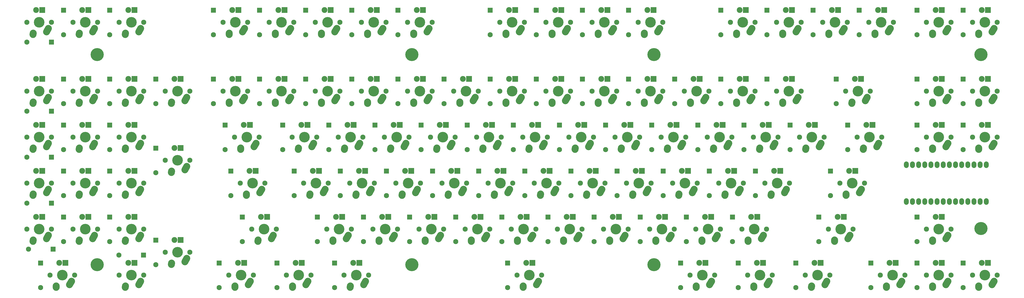
<source format=gts>
G04 #@! TF.FileFunction,Soldermask,Top*
%FSLAX46Y46*%
G04 Gerber Fmt 4.6, Leading zero omitted, Abs format (unit mm)*
G04 Created by KiCad (PCBNEW 4.0.2-stable) date Saturday, May 28, 2016 'PMt' 12:45:38 PM*
%MOMM*%
G01*
G04 APERTURE LIST*
%ADD10C,0.150000*%
%ADD11C,2.099260*%
%ADD12R,2.099260X2.099260*%
%ADD13C,5.400000*%
%ADD14C,4.387810*%
%ADD15C,2.101810*%
%ADD16C,2.900000*%
%ADD17R,2.400000X2.400000*%
%ADD18C,2.400000*%
%ADD19O,2.000000X2.700000*%
G04 APERTURE END LIST*
D10*
D11*
X286277540Y-119460520D03*
D12*
X286277540Y-109300520D03*
D13*
X427000000Y-42000000D03*
X292000000Y-42000000D03*
X292000000Y-129000000D03*
X427000000Y-114000000D03*
X192000000Y-129000000D03*
X192000000Y-42000000D03*
D11*
X419627540Y-138510520D03*
D12*
X419627540Y-128350520D03*
D14*
X428625000Y-133350000D03*
D15*
X433705000Y-133350000D03*
X423545000Y-133350000D03*
D16*
X431624547Y-137349954D02*
X432435453Y-135890046D01*
X426085276Y-138429328D02*
X426124724Y-137850672D01*
D17*
X429895000Y-128270000D03*
D18*
X427355000Y-128270000D03*
D11*
X400577540Y-138510520D03*
D12*
X400577540Y-128350520D03*
D14*
X409575000Y-133350000D03*
D15*
X414655000Y-133350000D03*
X404495000Y-133350000D03*
D16*
X412574547Y-137349954D02*
X413385453Y-135890046D01*
X407035276Y-138429328D02*
X407074724Y-137850672D01*
D17*
X410845000Y-128270000D03*
D18*
X408305000Y-128270000D03*
D11*
X381527540Y-138510520D03*
D12*
X381527540Y-128350520D03*
D14*
X390525000Y-133350000D03*
D15*
X395605000Y-133350000D03*
X385445000Y-133350000D03*
D16*
X393524547Y-137349954D02*
X394335453Y-135890046D01*
X387985276Y-138429328D02*
X388024724Y-137850672D01*
D17*
X391795000Y-128270000D03*
D18*
X389255000Y-128270000D03*
D11*
X350571290Y-138510520D03*
D12*
X350571290Y-128350520D03*
D14*
X359568750Y-133350000D03*
D15*
X364648750Y-133350000D03*
X354488750Y-133350000D03*
D16*
X362568297Y-137349954D02*
X363379203Y-135890046D01*
X357029026Y-138429328D02*
X357068474Y-137850672D01*
D17*
X360838750Y-128270000D03*
D18*
X358298750Y-128270000D03*
D11*
X326758790Y-138510520D03*
D12*
X326758790Y-128350520D03*
D14*
X335756250Y-133350000D03*
D15*
X340836250Y-133350000D03*
X330676250Y-133350000D03*
D16*
X338755797Y-137349954D02*
X339566703Y-135890046D01*
X333216526Y-138429328D02*
X333255974Y-137850672D01*
D17*
X337026250Y-128270000D03*
D18*
X334486250Y-128270000D03*
D11*
X303000000Y-138510520D03*
D12*
X303000000Y-128350520D03*
D14*
X311943750Y-133350000D03*
D15*
X317023750Y-133350000D03*
X306863750Y-133350000D03*
D16*
X314943297Y-137349954D02*
X315754203Y-135890046D01*
X309404026Y-138429328D02*
X309443474Y-137850672D01*
D17*
X313213750Y-128270000D03*
D18*
X310673750Y-128270000D03*
D11*
X231508790Y-138510520D03*
D12*
X231508790Y-128350520D03*
D14*
X240506250Y-133350000D03*
D15*
X245586250Y-133350000D03*
X235426250Y-133350000D03*
D16*
X243505797Y-137349954D02*
X244316703Y-135890046D01*
X237966526Y-138429328D02*
X238005974Y-137850672D01*
D17*
X241776250Y-128270000D03*
D18*
X239236250Y-128270000D03*
D11*
X160071290Y-138510520D03*
D12*
X160071290Y-128350520D03*
D14*
X169068750Y-133350000D03*
D15*
X174148750Y-133350000D03*
X163988750Y-133350000D03*
D16*
X172068297Y-137349954D02*
X172879203Y-135890046D01*
X166529026Y-138429328D02*
X166568474Y-137850672D01*
D17*
X170338750Y-128270000D03*
D18*
X167798750Y-128270000D03*
D11*
X136258790Y-138510520D03*
D12*
X136258790Y-128350520D03*
D14*
X145256250Y-133350000D03*
D15*
X150336250Y-133350000D03*
X140176250Y-133350000D03*
D16*
X148255797Y-137349954D02*
X149066703Y-135890046D01*
X142716526Y-138429328D02*
X142755974Y-137850672D01*
D17*
X146526250Y-128270000D03*
D18*
X143986250Y-128270000D03*
D11*
X112446290Y-138510520D03*
D12*
X112446290Y-128350520D03*
D14*
X121443750Y-133350000D03*
D15*
X126523750Y-133350000D03*
X116363750Y-133350000D03*
D16*
X124443297Y-137349954D02*
X125254203Y-135890046D01*
X118904026Y-138429328D02*
X118943474Y-137850672D01*
D17*
X122713750Y-128270000D03*
D18*
X120173750Y-128270000D03*
D11*
X71000000Y-125000000D03*
D12*
X81160000Y-125000000D03*
D14*
X76200000Y-133350000D03*
D15*
X81280000Y-133350000D03*
X71120000Y-133350000D03*
D16*
X79199547Y-137349954D02*
X80010453Y-135890046D01*
X73660276Y-138429328D02*
X73699724Y-137850672D01*
D17*
X77470000Y-128270000D03*
D18*
X74930000Y-128270000D03*
D11*
X38627540Y-138510520D03*
D12*
X38627540Y-128350520D03*
D14*
X47625000Y-133350000D03*
D15*
X52705000Y-133350000D03*
X42545000Y-133350000D03*
D16*
X50624547Y-137349954D02*
X51435453Y-135890046D01*
X45085276Y-138429328D02*
X45124724Y-137850672D01*
D17*
X48895000Y-128270000D03*
D18*
X46355000Y-128270000D03*
D11*
X400577540Y-119460520D03*
D12*
X400577540Y-109300520D03*
D14*
X409575000Y-114300000D03*
D15*
X414655000Y-114300000D03*
X404495000Y-114300000D03*
D16*
X412574547Y-118299954D02*
X413385453Y-116840046D01*
X407035276Y-119379328D02*
X407074724Y-118800672D01*
D17*
X410845000Y-109220000D03*
D18*
X408305000Y-109220000D03*
D11*
X360096290Y-119460520D03*
D12*
X360096290Y-109300520D03*
D14*
X369093750Y-114300000D03*
D15*
X374173750Y-114300000D03*
X364013750Y-114300000D03*
D16*
X372093297Y-118299954D02*
X372904203Y-116840046D01*
X366554026Y-119379328D02*
X366593474Y-118800672D01*
D17*
X370363750Y-109220000D03*
D18*
X367823750Y-109220000D03*
D11*
X324377540Y-119460520D03*
D12*
X324377540Y-109300520D03*
D14*
X333375000Y-114300000D03*
D15*
X338455000Y-114300000D03*
X328295000Y-114300000D03*
D16*
X336374547Y-118299954D02*
X337185453Y-116840046D01*
X330835276Y-119379328D02*
X330874724Y-118800672D01*
D17*
X334645000Y-109220000D03*
D18*
X332105000Y-109220000D03*
D11*
X305327540Y-119460520D03*
D12*
X305327540Y-109300520D03*
D14*
X314325000Y-114300000D03*
D15*
X319405000Y-114300000D03*
X309245000Y-114300000D03*
D16*
X317324547Y-118299954D02*
X318135453Y-116840046D01*
X311785276Y-119379328D02*
X311824724Y-118800672D01*
D17*
X315595000Y-109220000D03*
D18*
X313055000Y-109220000D03*
D14*
X295275000Y-114300000D03*
D15*
X300355000Y-114300000D03*
X290195000Y-114300000D03*
D16*
X298274547Y-118299954D02*
X299085453Y-116840046D01*
X292735276Y-119379328D02*
X292774724Y-118800672D01*
D17*
X296545000Y-109220000D03*
D18*
X294005000Y-109220000D03*
D11*
X267227540Y-119460520D03*
D12*
X267227540Y-109300520D03*
D14*
X276225000Y-114300000D03*
D15*
X281305000Y-114300000D03*
X271145000Y-114300000D03*
D16*
X279224547Y-118299954D02*
X280035453Y-116840046D01*
X273685276Y-119379328D02*
X273724724Y-118800672D01*
D17*
X277495000Y-109220000D03*
D18*
X274955000Y-109220000D03*
D11*
X248177540Y-119460520D03*
D12*
X248177540Y-109300520D03*
D14*
X257175000Y-114300000D03*
D15*
X262255000Y-114300000D03*
X252095000Y-114300000D03*
D16*
X260174547Y-118299954D02*
X260985453Y-116840046D01*
X254635276Y-119379328D02*
X254674724Y-118800672D01*
D17*
X258445000Y-109220000D03*
D18*
X255905000Y-109220000D03*
D11*
X229127540Y-119460520D03*
D12*
X229127540Y-109300520D03*
D14*
X238125000Y-114300000D03*
D15*
X243205000Y-114300000D03*
X233045000Y-114300000D03*
D16*
X241124547Y-118299954D02*
X241935453Y-116840046D01*
X235585276Y-119379328D02*
X235624724Y-118800672D01*
D17*
X239395000Y-109220000D03*
D18*
X236855000Y-109220000D03*
D11*
X210077540Y-119460520D03*
D12*
X210077540Y-109300520D03*
D14*
X219075000Y-114300000D03*
D15*
X224155000Y-114300000D03*
X213995000Y-114300000D03*
D16*
X222074547Y-118299954D02*
X222885453Y-116840046D01*
X216535276Y-119379328D02*
X216574724Y-118800672D01*
D17*
X220345000Y-109220000D03*
D18*
X217805000Y-109220000D03*
D11*
X191027540Y-119460520D03*
D12*
X191027540Y-109300520D03*
D14*
X200025000Y-114300000D03*
D15*
X205105000Y-114300000D03*
X194945000Y-114300000D03*
D16*
X203024547Y-118299954D02*
X203835453Y-116840046D01*
X197485276Y-119379328D02*
X197524724Y-118800672D01*
D17*
X201295000Y-109220000D03*
D18*
X198755000Y-109220000D03*
D11*
X171977540Y-119460520D03*
D12*
X171977540Y-109300520D03*
D14*
X180975000Y-114300000D03*
D15*
X186055000Y-114300000D03*
X175895000Y-114300000D03*
D16*
X183974547Y-118299954D02*
X184785453Y-116840046D01*
X178435276Y-119379328D02*
X178474724Y-118800672D01*
D17*
X182245000Y-109220000D03*
D18*
X179705000Y-109220000D03*
D11*
X152927540Y-119460520D03*
D12*
X152927540Y-109300520D03*
D14*
X161925000Y-114300000D03*
D15*
X167005000Y-114300000D03*
X156845000Y-114300000D03*
D16*
X164924547Y-118299954D02*
X165735453Y-116840046D01*
X159385276Y-119379328D02*
X159424724Y-118800672D01*
D17*
X163195000Y-109220000D03*
D18*
X160655000Y-109220000D03*
D11*
X121971290Y-119460520D03*
D12*
X121971290Y-109300520D03*
D14*
X130968750Y-114300000D03*
D15*
X136048750Y-114300000D03*
X125888750Y-114300000D03*
D16*
X133968297Y-118299954D02*
X134779203Y-116840046D01*
X128429026Y-119379328D02*
X128468474Y-118800672D01*
D17*
X132238750Y-109220000D03*
D18*
X129698750Y-109220000D03*
D11*
X86252540Y-128985520D03*
D12*
X86252540Y-118825520D03*
D14*
X95250000Y-123825000D03*
D15*
X100330000Y-123825000D03*
X90170000Y-123825000D03*
D16*
X98249547Y-127824954D02*
X99060453Y-126365046D01*
X92710276Y-128904328D02*
X92749724Y-128325672D01*
D17*
X96520000Y-118745000D03*
D18*
X93980000Y-118745000D03*
D11*
X67202540Y-119460520D03*
D12*
X67202540Y-109300520D03*
D14*
X76200000Y-114300000D03*
D15*
X81280000Y-114300000D03*
X71120000Y-114300000D03*
D16*
X79199547Y-118299954D02*
X80010453Y-116840046D01*
X73660276Y-119379328D02*
X73699724Y-118800672D01*
D17*
X77470000Y-109220000D03*
D18*
X74930000Y-109220000D03*
D11*
X48152540Y-119460520D03*
D12*
X48152540Y-109300520D03*
D14*
X57150000Y-114300000D03*
D15*
X62230000Y-114300000D03*
X52070000Y-114300000D03*
D16*
X60149547Y-118299954D02*
X60960453Y-116840046D01*
X54610276Y-119379328D02*
X54649724Y-118800672D01*
D17*
X58420000Y-109220000D03*
D18*
X55880000Y-109220000D03*
D11*
X33655000Y-122555000D03*
D12*
X43815000Y-122555000D03*
D14*
X38100000Y-114300000D03*
D15*
X43180000Y-114300000D03*
X33020000Y-114300000D03*
D16*
X41099547Y-118299954D02*
X41910453Y-116840046D01*
X35560276Y-119379328D02*
X35599724Y-118800672D01*
D17*
X39370000Y-109220000D03*
D18*
X36830000Y-109220000D03*
D11*
X364858790Y-100410520D03*
D12*
X364858790Y-90250520D03*
D14*
X373856250Y-95250000D03*
D15*
X378936250Y-95250000D03*
X368776250Y-95250000D03*
D16*
X376855797Y-99249954D02*
X377666703Y-97790046D01*
X371316526Y-100329328D02*
X371355974Y-99750672D01*
D17*
X375126250Y-90170000D03*
D18*
X372586250Y-90170000D03*
D11*
X333902540Y-100410520D03*
D12*
X333902540Y-90250520D03*
D14*
X342900000Y-95250000D03*
D15*
X347980000Y-95250000D03*
X337820000Y-95250000D03*
D16*
X345899547Y-99249954D02*
X346710453Y-97790046D01*
X340360276Y-100329328D02*
X340399724Y-99750672D01*
D17*
X344170000Y-90170000D03*
D18*
X341630000Y-90170000D03*
D11*
X314852540Y-100410520D03*
D12*
X314852540Y-90250520D03*
D14*
X323850000Y-95250000D03*
D15*
X328930000Y-95250000D03*
X318770000Y-95250000D03*
D16*
X326849547Y-99249954D02*
X327660453Y-97790046D01*
X321310276Y-100329328D02*
X321349724Y-99750672D01*
D17*
X325120000Y-90170000D03*
D18*
X322580000Y-90170000D03*
D11*
X295802540Y-100410520D03*
D12*
X295802540Y-90250520D03*
D14*
X304800000Y-95250000D03*
D15*
X309880000Y-95250000D03*
X299720000Y-95250000D03*
D16*
X307799547Y-99249954D02*
X308610453Y-97790046D01*
X302260276Y-100329328D02*
X302299724Y-99750672D01*
D17*
X306070000Y-90170000D03*
D18*
X303530000Y-90170000D03*
D11*
X276752540Y-100410520D03*
D12*
X276752540Y-90250520D03*
D14*
X285750000Y-95250000D03*
D15*
X290830000Y-95250000D03*
X280670000Y-95250000D03*
D16*
X288749547Y-99249954D02*
X289560453Y-97790046D01*
X283210276Y-100329328D02*
X283249724Y-99750672D01*
D17*
X287020000Y-90170000D03*
D18*
X284480000Y-90170000D03*
D11*
X257702540Y-100410520D03*
D12*
X257702540Y-90250520D03*
D14*
X266700000Y-95250000D03*
D15*
X271780000Y-95250000D03*
X261620000Y-95250000D03*
D16*
X269699547Y-99249954D02*
X270510453Y-97790046D01*
X264160276Y-100329328D02*
X264199724Y-99750672D01*
D17*
X267970000Y-90170000D03*
D18*
X265430000Y-90170000D03*
D11*
X238652540Y-100410520D03*
D12*
X238652540Y-90250520D03*
D14*
X247650000Y-95250000D03*
D15*
X252730000Y-95250000D03*
X242570000Y-95250000D03*
D16*
X250649547Y-99249954D02*
X251460453Y-97790046D01*
X245110276Y-100329328D02*
X245149724Y-99750672D01*
D17*
X248920000Y-90170000D03*
D18*
X246380000Y-90170000D03*
D11*
X219602540Y-100410520D03*
D12*
X219602540Y-90250520D03*
D14*
X228600000Y-95250000D03*
D15*
X233680000Y-95250000D03*
X223520000Y-95250000D03*
D16*
X231599547Y-99249954D02*
X232410453Y-97790046D01*
X226060276Y-100329328D02*
X226099724Y-99750672D01*
D17*
X229870000Y-90170000D03*
D18*
X227330000Y-90170000D03*
D11*
X200552540Y-100410520D03*
D12*
X200552540Y-90250520D03*
D14*
X209550000Y-95250000D03*
D15*
X214630000Y-95250000D03*
X204470000Y-95250000D03*
D16*
X212549547Y-99249954D02*
X213360453Y-97790046D01*
X207010276Y-100329328D02*
X207049724Y-99750672D01*
D17*
X210820000Y-90170000D03*
D18*
X208280000Y-90170000D03*
D11*
X181502540Y-100410520D03*
D12*
X181502540Y-90250520D03*
D14*
X190500000Y-95250000D03*
D15*
X195580000Y-95250000D03*
X185420000Y-95250000D03*
D16*
X193499547Y-99249954D02*
X194310453Y-97790046D01*
X187960276Y-100329328D02*
X187999724Y-99750672D01*
D17*
X191770000Y-90170000D03*
D18*
X189230000Y-90170000D03*
D11*
X162452540Y-100410520D03*
D12*
X162452540Y-90250520D03*
D14*
X171450000Y-95250000D03*
D15*
X176530000Y-95250000D03*
X166370000Y-95250000D03*
D16*
X174449547Y-99249954D02*
X175260453Y-97790046D01*
X168910276Y-100329328D02*
X168949724Y-99750672D01*
D17*
X172720000Y-90170000D03*
D18*
X170180000Y-90170000D03*
D11*
X143402540Y-100410520D03*
D12*
X143402540Y-90250520D03*
D14*
X152400000Y-95250000D03*
D15*
X157480000Y-95250000D03*
X147320000Y-95250000D03*
D16*
X155399547Y-99249954D02*
X156210453Y-97790046D01*
X149860276Y-100329328D02*
X149899724Y-99750672D01*
D17*
X153670000Y-90170000D03*
D18*
X151130000Y-90170000D03*
D11*
X117208790Y-100410520D03*
D12*
X117208790Y-90250520D03*
D14*
X126206250Y-95250000D03*
D15*
X131286250Y-95250000D03*
X121126250Y-95250000D03*
D16*
X129205797Y-99249954D02*
X130016703Y-97790046D01*
X123666526Y-100329328D02*
X123705974Y-99750672D01*
D17*
X127476250Y-90170000D03*
D18*
X124936250Y-90170000D03*
D11*
X67202540Y-100410520D03*
D12*
X67202540Y-90250520D03*
D14*
X76200000Y-95250000D03*
D15*
X81280000Y-95250000D03*
X71120000Y-95250000D03*
D16*
X79199547Y-99249954D02*
X80010453Y-97790046D01*
X73660276Y-100329328D02*
X73699724Y-99750672D01*
D17*
X77470000Y-90170000D03*
D18*
X74930000Y-90170000D03*
D11*
X48152540Y-100410520D03*
D12*
X48152540Y-90250520D03*
D14*
X57150000Y-95250000D03*
D15*
X62230000Y-95250000D03*
X52070000Y-95250000D03*
D16*
X60149547Y-99249954D02*
X60960453Y-97790046D01*
X54610276Y-100329328D02*
X54649724Y-99750672D01*
D17*
X58420000Y-90170000D03*
D18*
X55880000Y-90170000D03*
D11*
X33020000Y-103505000D03*
D12*
X43180000Y-103505000D03*
D14*
X38100000Y-95250000D03*
D15*
X43180000Y-95250000D03*
X33020000Y-95250000D03*
D16*
X41099547Y-99249954D02*
X41910453Y-97790046D01*
X35560276Y-100329328D02*
X35599724Y-99750672D01*
D17*
X39370000Y-90170000D03*
D18*
X36830000Y-90170000D03*
D11*
X419627540Y-81360520D03*
D12*
X419627540Y-71200520D03*
D14*
X428625000Y-76200000D03*
D15*
X433705000Y-76200000D03*
X423545000Y-76200000D03*
D16*
X431624547Y-80199954D02*
X432435453Y-78740046D01*
X426085276Y-81279328D02*
X426124724Y-80700672D01*
D17*
X429895000Y-71120000D03*
D18*
X427355000Y-71120000D03*
D11*
X400577540Y-81360520D03*
D12*
X400577540Y-71200520D03*
D14*
X409575000Y-76200000D03*
D15*
X414655000Y-76200000D03*
X404495000Y-76200000D03*
D16*
X412574547Y-80199954D02*
X413385453Y-78740046D01*
X407035276Y-81279328D02*
X407074724Y-80700672D01*
D17*
X410845000Y-71120000D03*
D18*
X408305000Y-71120000D03*
D11*
X372002540Y-81360520D03*
D12*
X372002540Y-71200520D03*
D14*
X381000000Y-76200000D03*
D15*
X386080000Y-76200000D03*
X375920000Y-76200000D03*
D16*
X383999547Y-80199954D02*
X384810453Y-78740046D01*
X378460276Y-81279328D02*
X378499724Y-80700672D01*
D17*
X382270000Y-71120000D03*
D18*
X379730000Y-71120000D03*
D11*
X348190040Y-81360520D03*
D12*
X348190040Y-71200520D03*
D14*
X357187500Y-76200000D03*
D15*
X362267500Y-76200000D03*
X352107500Y-76200000D03*
D16*
X360187047Y-80199954D02*
X360997953Y-78740046D01*
X354647776Y-81279328D02*
X354687224Y-80700672D01*
D17*
X358457500Y-71120000D03*
D18*
X355917500Y-71120000D03*
D11*
X329140040Y-81360520D03*
D12*
X329140040Y-71200520D03*
D14*
X338137500Y-76200000D03*
D15*
X343217500Y-76200000D03*
X333057500Y-76200000D03*
D16*
X341137047Y-80199954D02*
X341947953Y-78740046D01*
X335597776Y-81279328D02*
X335637224Y-80700672D01*
D17*
X339407500Y-71120000D03*
D18*
X336867500Y-71120000D03*
D11*
X310090040Y-81360520D03*
D12*
X310090040Y-71200520D03*
D14*
X319087500Y-76200000D03*
D15*
X324167500Y-76200000D03*
X314007500Y-76200000D03*
D16*
X322087047Y-80199954D02*
X322897953Y-78740046D01*
X316547776Y-81279328D02*
X316587224Y-80700672D01*
D17*
X320357500Y-71120000D03*
D18*
X317817500Y-71120000D03*
D11*
X291040040Y-81360520D03*
D12*
X291040040Y-71200520D03*
D14*
X300037500Y-76200000D03*
D15*
X305117500Y-76200000D03*
X294957500Y-76200000D03*
D16*
X303037047Y-80199954D02*
X303847953Y-78740046D01*
X297497776Y-81279328D02*
X297537224Y-80700672D01*
D17*
X301307500Y-71120000D03*
D18*
X298767500Y-71120000D03*
D11*
X271990040Y-81360520D03*
D12*
X271990040Y-71200520D03*
D14*
X280987500Y-76200000D03*
D15*
X286067500Y-76200000D03*
X275907500Y-76200000D03*
D16*
X283987047Y-80199954D02*
X284797953Y-78740046D01*
X278447776Y-81279328D02*
X278487224Y-80700672D01*
D17*
X282257500Y-71120000D03*
D18*
X279717500Y-71120000D03*
D11*
X252940040Y-81360520D03*
D12*
X252940040Y-71200520D03*
D14*
X261937500Y-76200000D03*
D15*
X267017500Y-76200000D03*
X256857500Y-76200000D03*
D16*
X264937047Y-80199954D02*
X265747953Y-78740046D01*
X259397776Y-81279328D02*
X259437224Y-80700672D01*
D17*
X263207500Y-71120000D03*
D18*
X260667500Y-71120000D03*
D11*
X233890040Y-81360520D03*
D12*
X233890040Y-71200520D03*
D14*
X242887500Y-76200000D03*
D15*
X247967500Y-76200000D03*
X237807500Y-76200000D03*
D16*
X245887047Y-80199954D02*
X246697953Y-78740046D01*
X240347776Y-81279328D02*
X240387224Y-80700672D01*
D17*
X244157500Y-71120000D03*
D18*
X241617500Y-71120000D03*
D11*
X214840040Y-81360520D03*
D12*
X214840040Y-71200520D03*
D14*
X223837500Y-76200000D03*
D15*
X228917500Y-76200000D03*
X218757500Y-76200000D03*
D16*
X226837047Y-80199954D02*
X227647953Y-78740046D01*
X221297776Y-81279328D02*
X221337224Y-80700672D01*
D17*
X225107500Y-71120000D03*
D18*
X222567500Y-71120000D03*
D11*
X195790040Y-81360520D03*
D12*
X195790040Y-71200520D03*
D14*
X204787500Y-76200000D03*
D15*
X209867500Y-76200000D03*
X199707500Y-76200000D03*
D16*
X207787047Y-80199954D02*
X208597953Y-78740046D01*
X202247776Y-81279328D02*
X202287224Y-80700672D01*
D17*
X206057500Y-71120000D03*
D18*
X203517500Y-71120000D03*
D11*
X176740040Y-81360520D03*
D12*
X176740040Y-71200520D03*
D14*
X185737500Y-76200000D03*
D15*
X190817500Y-76200000D03*
X180657500Y-76200000D03*
D16*
X188737047Y-80199954D02*
X189547953Y-78740046D01*
X183197776Y-81279328D02*
X183237224Y-80700672D01*
D17*
X187007500Y-71120000D03*
D18*
X184467500Y-71120000D03*
D11*
X157690040Y-81360520D03*
D12*
X157690040Y-71200520D03*
D14*
X166687500Y-76200000D03*
D15*
X171767500Y-76200000D03*
X161607500Y-76200000D03*
D16*
X169687047Y-80199954D02*
X170497953Y-78740046D01*
X164147776Y-81279328D02*
X164187224Y-80700672D01*
D17*
X167957500Y-71120000D03*
D18*
X165417500Y-71120000D03*
D11*
X138640040Y-81360520D03*
D12*
X138640040Y-71200520D03*
D14*
X147637500Y-76200000D03*
D15*
X152717500Y-76200000D03*
X142557500Y-76200000D03*
D16*
X150637047Y-80199954D02*
X151447953Y-78740046D01*
X145097776Y-81279328D02*
X145137224Y-80700672D01*
D17*
X148907500Y-71120000D03*
D18*
X146367500Y-71120000D03*
D11*
X114827540Y-81360520D03*
D12*
X114827540Y-71200520D03*
D14*
X123825000Y-76200000D03*
D15*
X128905000Y-76200000D03*
X118745000Y-76200000D03*
D16*
X126824547Y-80199954D02*
X127635453Y-78740046D01*
X121285276Y-81279328D02*
X121324724Y-80700672D01*
D17*
X125095000Y-71120000D03*
D18*
X122555000Y-71120000D03*
D11*
X86252540Y-90885520D03*
D12*
X86252540Y-80725520D03*
D14*
X95250000Y-85725000D03*
D15*
X100330000Y-85725000D03*
X90170000Y-85725000D03*
D16*
X98249547Y-89724954D02*
X99060453Y-88265046D01*
X92710276Y-90804328D02*
X92749724Y-90225672D01*
D17*
X96520000Y-80645000D03*
D18*
X93980000Y-80645000D03*
D11*
X67202540Y-81360520D03*
D12*
X67202540Y-71200520D03*
D14*
X76200000Y-76200000D03*
D15*
X81280000Y-76200000D03*
X71120000Y-76200000D03*
D16*
X79199547Y-80199954D02*
X80010453Y-78740046D01*
X73660276Y-81279328D02*
X73699724Y-80700672D01*
D17*
X77470000Y-71120000D03*
D18*
X74930000Y-71120000D03*
D11*
X48152540Y-81360520D03*
D12*
X48152540Y-71200520D03*
D14*
X57150000Y-76200000D03*
D15*
X62230000Y-76200000D03*
X52070000Y-76200000D03*
D16*
X60149547Y-80199954D02*
X60960453Y-78740046D01*
X54610276Y-81279328D02*
X54649724Y-80700672D01*
D17*
X58420000Y-71120000D03*
D18*
X55880000Y-71120000D03*
D11*
X33020000Y-84455000D03*
D12*
X43180000Y-84455000D03*
D14*
X38100000Y-76200000D03*
D15*
X43180000Y-76200000D03*
X33020000Y-76200000D03*
D16*
X41099547Y-80199954D02*
X41910453Y-78740046D01*
X35560276Y-81279328D02*
X35599724Y-80700672D01*
D17*
X39370000Y-71120000D03*
D18*
X36830000Y-71120000D03*
D11*
X419627540Y-62310520D03*
D12*
X419627540Y-52150520D03*
D14*
X428625000Y-57150000D03*
D15*
X433705000Y-57150000D03*
X423545000Y-57150000D03*
D16*
X431624547Y-61149954D02*
X432435453Y-59690046D01*
X426085276Y-62229328D02*
X426124724Y-61650672D01*
D17*
X429895000Y-52070000D03*
D18*
X427355000Y-52070000D03*
D11*
X400577540Y-62310520D03*
D12*
X400577540Y-52150520D03*
D14*
X409575000Y-57150000D03*
D15*
X414655000Y-57150000D03*
X404495000Y-57150000D03*
D16*
X412574547Y-61149954D02*
X413385453Y-59690046D01*
X407035276Y-62229328D02*
X407074724Y-61650672D01*
D17*
X410845000Y-52070000D03*
D18*
X408305000Y-52070000D03*
D11*
X367240040Y-62310520D03*
D12*
X367240040Y-52150520D03*
D14*
X376237500Y-57150000D03*
D15*
X381317500Y-57150000D03*
X371157500Y-57150000D03*
D16*
X379237047Y-61149954D02*
X380047953Y-59690046D01*
X373697776Y-62229328D02*
X373737224Y-61650672D01*
D17*
X377507500Y-52070000D03*
D18*
X374967500Y-52070000D03*
D11*
X338665040Y-62310520D03*
D12*
X338665040Y-52150520D03*
D14*
X347662500Y-57150000D03*
D15*
X352742500Y-57150000D03*
X342582500Y-57150000D03*
D16*
X350662047Y-61149954D02*
X351472953Y-59690046D01*
X345122776Y-62229328D02*
X345162224Y-61650672D01*
D17*
X348932500Y-52070000D03*
D18*
X346392500Y-52070000D03*
D11*
X319615040Y-62310520D03*
D12*
X319615040Y-52150520D03*
D14*
X328612500Y-57150000D03*
D15*
X333692500Y-57150000D03*
X323532500Y-57150000D03*
D16*
X331612047Y-61149954D02*
X332422953Y-59690046D01*
X326072776Y-62229328D02*
X326112224Y-61650672D01*
D17*
X329882500Y-52070000D03*
D18*
X327342500Y-52070000D03*
D11*
X300565040Y-62310520D03*
D12*
X300565040Y-52150520D03*
D14*
X309562500Y-57150000D03*
D15*
X314642500Y-57150000D03*
X304482500Y-57150000D03*
D16*
X312562047Y-61149954D02*
X313372953Y-59690046D01*
X307022776Y-62229328D02*
X307062224Y-61650672D01*
D17*
X310832500Y-52070000D03*
D18*
X308292500Y-52070000D03*
D11*
X281515040Y-62310520D03*
D12*
X281515040Y-52150520D03*
D14*
X290512500Y-57150000D03*
D15*
X295592500Y-57150000D03*
X285432500Y-57150000D03*
D16*
X293512047Y-61149954D02*
X294322953Y-59690046D01*
X287972776Y-62229328D02*
X288012224Y-61650672D01*
D17*
X291782500Y-52070000D03*
D18*
X289242500Y-52070000D03*
D11*
X262465040Y-62310520D03*
D12*
X262465040Y-52150520D03*
D14*
X271462500Y-57150000D03*
D15*
X276542500Y-57150000D03*
X266382500Y-57150000D03*
D16*
X274462047Y-61149954D02*
X275272953Y-59690046D01*
X268922776Y-62229328D02*
X268962224Y-61650672D01*
D17*
X272732500Y-52070000D03*
D18*
X270192500Y-52070000D03*
D11*
X243415040Y-62310520D03*
D12*
X243415040Y-52150520D03*
D14*
X252412500Y-57150000D03*
D15*
X257492500Y-57150000D03*
X247332500Y-57150000D03*
D16*
X255412047Y-61149954D02*
X256222953Y-59690046D01*
X249872776Y-62229328D02*
X249912224Y-61650672D01*
D17*
X253682500Y-52070000D03*
D18*
X251142500Y-52070000D03*
D11*
X224365040Y-62310520D03*
D12*
X224365040Y-52150520D03*
D14*
X233362500Y-57150000D03*
D15*
X238442500Y-57150000D03*
X228282500Y-57150000D03*
D16*
X236362047Y-61149954D02*
X237172953Y-59690046D01*
X230822776Y-62229328D02*
X230862224Y-61650672D01*
D17*
X234632500Y-52070000D03*
D18*
X232092500Y-52070000D03*
D11*
X205315040Y-62310520D03*
D12*
X205315040Y-52150520D03*
D14*
X214312500Y-57150000D03*
D15*
X219392500Y-57150000D03*
X209232500Y-57150000D03*
D16*
X217312047Y-61149954D02*
X218122953Y-59690046D01*
X211772776Y-62229328D02*
X211812224Y-61650672D01*
D17*
X215582500Y-52070000D03*
D18*
X213042500Y-52070000D03*
D11*
X186265040Y-62310520D03*
D12*
X186265040Y-52150520D03*
D14*
X195262500Y-57150000D03*
D15*
X200342500Y-57150000D03*
X190182500Y-57150000D03*
D16*
X198262047Y-61149954D02*
X199072953Y-59690046D01*
X192722776Y-62229328D02*
X192762224Y-61650672D01*
D17*
X196532500Y-52070000D03*
D18*
X193992500Y-52070000D03*
D11*
X167215040Y-62310520D03*
D12*
X167215040Y-52150520D03*
D14*
X176212500Y-57150000D03*
D15*
X181292500Y-57150000D03*
X171132500Y-57150000D03*
D16*
X179212047Y-61149954D02*
X180022953Y-59690046D01*
X173672776Y-62229328D02*
X173712224Y-61650672D01*
D17*
X177482500Y-52070000D03*
D18*
X174942500Y-52070000D03*
D11*
X148165040Y-62310520D03*
D12*
X148165040Y-52150520D03*
D14*
X157162500Y-57150000D03*
D15*
X162242500Y-57150000D03*
X152082500Y-57150000D03*
D16*
X160162047Y-61149954D02*
X160972953Y-59690046D01*
X154622776Y-62229328D02*
X154662224Y-61650672D01*
D17*
X158432500Y-52070000D03*
D18*
X155892500Y-52070000D03*
D11*
X129115040Y-62310520D03*
D12*
X129115040Y-52150520D03*
D14*
X138112500Y-57150000D03*
D15*
X143192500Y-57150000D03*
X133032500Y-57150000D03*
D16*
X141112047Y-61149954D02*
X141922953Y-59690046D01*
X135572776Y-62229328D02*
X135612224Y-61650672D01*
D17*
X139382500Y-52070000D03*
D18*
X136842500Y-52070000D03*
D11*
X110065040Y-62310520D03*
D12*
X110065040Y-52150520D03*
D14*
X119062500Y-57150000D03*
D15*
X124142500Y-57150000D03*
X113982500Y-57150000D03*
D16*
X122062047Y-61149954D02*
X122872953Y-59690046D01*
X116522776Y-62229328D02*
X116562224Y-61650672D01*
D17*
X120332500Y-52070000D03*
D18*
X117792500Y-52070000D03*
D11*
X86252540Y-62310520D03*
D12*
X86252540Y-52150520D03*
D14*
X95250000Y-57150000D03*
D15*
X100330000Y-57150000D03*
X90170000Y-57150000D03*
D16*
X98249547Y-61149954D02*
X99060453Y-59690046D01*
X92710276Y-62229328D02*
X92749724Y-61650672D01*
D17*
X96520000Y-52070000D03*
D18*
X93980000Y-52070000D03*
D11*
X67202540Y-62310520D03*
D12*
X67202540Y-52150520D03*
D14*
X76200000Y-57150000D03*
D15*
X81280000Y-57150000D03*
X71120000Y-57150000D03*
D16*
X79199547Y-61149954D02*
X80010453Y-59690046D01*
X73660276Y-62229328D02*
X73699724Y-61650672D01*
D17*
X77470000Y-52070000D03*
D18*
X74930000Y-52070000D03*
D11*
X48152540Y-62310520D03*
D12*
X48152540Y-52150520D03*
D14*
X57150000Y-57150000D03*
D15*
X62230000Y-57150000D03*
X52070000Y-57150000D03*
D16*
X60149547Y-61149954D02*
X60960453Y-59690046D01*
X54610276Y-62229328D02*
X54649724Y-61650672D01*
D17*
X58420000Y-52070000D03*
D18*
X55880000Y-52070000D03*
D11*
X33020000Y-65405000D03*
D12*
X43180000Y-65405000D03*
D14*
X38100000Y-57150000D03*
D15*
X43180000Y-57150000D03*
X33020000Y-57150000D03*
D16*
X41099547Y-61149954D02*
X41910453Y-59690046D01*
X35560276Y-62229328D02*
X35599724Y-61650672D01*
D17*
X39370000Y-52070000D03*
D18*
X36830000Y-52070000D03*
D11*
X419627540Y-33735520D03*
D12*
X419627540Y-23575520D03*
D14*
X428625000Y-28575000D03*
D15*
X433705000Y-28575000D03*
X423545000Y-28575000D03*
D16*
X431624547Y-32574954D02*
X432435453Y-31115046D01*
X426085276Y-33654328D02*
X426124724Y-33075672D01*
D17*
X429895000Y-23495000D03*
D18*
X427355000Y-23495000D03*
D11*
X400577540Y-33735520D03*
D12*
X400577540Y-23575520D03*
D14*
X409575000Y-28575000D03*
D15*
X414655000Y-28575000D03*
X404495000Y-28575000D03*
D16*
X412574547Y-32574954D02*
X413385453Y-31115046D01*
X407035276Y-33654328D02*
X407074724Y-33075672D01*
D17*
X410845000Y-23495000D03*
D18*
X408305000Y-23495000D03*
D11*
X376765040Y-33735520D03*
D12*
X376765040Y-23575520D03*
D14*
X385762500Y-28575000D03*
D15*
X390842500Y-28575000D03*
X380682500Y-28575000D03*
D16*
X388762047Y-32574954D02*
X389572953Y-31115046D01*
X383222776Y-33654328D02*
X383262224Y-33075672D01*
D17*
X387032500Y-23495000D03*
D18*
X384492500Y-23495000D03*
D11*
X357715040Y-33735520D03*
D12*
X357715040Y-23575520D03*
D14*
X366712500Y-28575000D03*
D15*
X371792500Y-28575000D03*
X361632500Y-28575000D03*
D16*
X369712047Y-32574954D02*
X370522953Y-31115046D01*
X364172776Y-33654328D02*
X364212224Y-33075672D01*
D17*
X367982500Y-23495000D03*
D18*
X365442500Y-23495000D03*
D11*
X338665040Y-33735520D03*
D12*
X338665040Y-23575520D03*
D14*
X347662500Y-28575000D03*
D15*
X352742500Y-28575000D03*
X342582500Y-28575000D03*
D16*
X350662047Y-32574954D02*
X351472953Y-31115046D01*
X345122776Y-33654328D02*
X345162224Y-33075672D01*
D17*
X348932500Y-23495000D03*
D18*
X346392500Y-23495000D03*
D11*
X319615040Y-33735520D03*
D12*
X319615040Y-23575520D03*
D14*
X328612500Y-28575000D03*
D15*
X333692500Y-28575000D03*
X323532500Y-28575000D03*
D16*
X331612047Y-32574954D02*
X332422953Y-31115046D01*
X326072776Y-33654328D02*
X326112224Y-33075672D01*
D17*
X329882500Y-23495000D03*
D18*
X327342500Y-23495000D03*
D11*
X281515040Y-33735520D03*
D12*
X281515040Y-23575520D03*
D14*
X290512500Y-28575000D03*
D15*
X295592500Y-28575000D03*
X285432500Y-28575000D03*
D16*
X293512047Y-32574954D02*
X294322953Y-31115046D01*
X287972776Y-33654328D02*
X288012224Y-33075672D01*
D17*
X291782500Y-23495000D03*
D18*
X289242500Y-23495000D03*
D11*
X262465040Y-33735520D03*
D12*
X262465040Y-23575520D03*
D14*
X271462500Y-28575000D03*
D15*
X276542500Y-28575000D03*
X266382500Y-28575000D03*
D16*
X274462047Y-32574954D02*
X275272953Y-31115046D01*
X268922776Y-33654328D02*
X268962224Y-33075672D01*
D17*
X272732500Y-23495000D03*
D18*
X270192500Y-23495000D03*
D11*
X243415040Y-33735520D03*
D12*
X243415040Y-23575520D03*
D14*
X252412500Y-28575000D03*
D15*
X257492500Y-28575000D03*
X247332500Y-28575000D03*
D16*
X255412047Y-32574954D02*
X256222953Y-31115046D01*
X249872776Y-33654328D02*
X249912224Y-33075672D01*
D17*
X253682500Y-23495000D03*
D18*
X251142500Y-23495000D03*
D11*
X224365040Y-33735520D03*
D12*
X224365040Y-23575520D03*
D14*
X233362500Y-28575000D03*
D15*
X238442500Y-28575000D03*
X228282500Y-28575000D03*
D16*
X236362047Y-32574954D02*
X237172953Y-31115046D01*
X230822776Y-33654328D02*
X230862224Y-33075672D01*
D17*
X234632500Y-23495000D03*
D18*
X232092500Y-23495000D03*
D11*
X186265040Y-33735520D03*
D12*
X186265040Y-23575520D03*
D14*
X195262500Y-28575000D03*
D15*
X200342500Y-28575000D03*
X190182500Y-28575000D03*
D16*
X198262047Y-32574954D02*
X199072953Y-31115046D01*
X192722776Y-33654328D02*
X192762224Y-33075672D01*
D17*
X196532500Y-23495000D03*
D18*
X193992500Y-23495000D03*
D11*
X167215040Y-33735520D03*
D12*
X167215040Y-23575520D03*
D14*
X176212500Y-28575000D03*
D15*
X181292500Y-28575000D03*
X171132500Y-28575000D03*
D16*
X179212047Y-32574954D02*
X180022953Y-31115046D01*
X173672776Y-33654328D02*
X173712224Y-33075672D01*
D17*
X177482500Y-23495000D03*
D18*
X174942500Y-23495000D03*
D11*
X148165040Y-33735520D03*
D12*
X148165040Y-23575520D03*
D14*
X157162500Y-28575000D03*
D15*
X162242500Y-28575000D03*
X152082500Y-28575000D03*
D16*
X160162047Y-32574954D02*
X160972953Y-31115046D01*
X154622776Y-33654328D02*
X154662224Y-33075672D01*
D17*
X158432500Y-23495000D03*
D18*
X155892500Y-23495000D03*
D11*
X129115040Y-33735520D03*
D12*
X129115040Y-23575520D03*
D14*
X138112500Y-28575000D03*
D15*
X143192500Y-28575000D03*
X133032500Y-28575000D03*
D16*
X141112047Y-32574954D02*
X141922953Y-31115046D01*
X135572776Y-33654328D02*
X135612224Y-33075672D01*
D17*
X139382500Y-23495000D03*
D18*
X136842500Y-23495000D03*
D11*
X110065040Y-33735520D03*
D12*
X110065040Y-23575520D03*
D14*
X119062500Y-28575000D03*
D15*
X124142500Y-28575000D03*
X113982500Y-28575000D03*
D16*
X122062047Y-32574954D02*
X122872953Y-31115046D01*
X116522776Y-33654328D02*
X116562224Y-33075672D01*
D17*
X120332500Y-23495000D03*
D18*
X117792500Y-23495000D03*
D11*
X67202540Y-33735520D03*
D12*
X67202540Y-23575520D03*
D14*
X76200000Y-28575000D03*
D15*
X81280000Y-28575000D03*
X71120000Y-28575000D03*
D16*
X79199547Y-32574954D02*
X80010453Y-31115046D01*
X73660276Y-33654328D02*
X73699724Y-33075672D01*
D17*
X77470000Y-23495000D03*
D18*
X74930000Y-23495000D03*
D11*
X48152540Y-33735520D03*
D12*
X48152540Y-23575520D03*
D14*
X57150000Y-28575000D03*
D15*
X62230000Y-28575000D03*
X52070000Y-28575000D03*
D16*
X60149547Y-32574954D02*
X60960453Y-31115046D01*
X54610276Y-33654328D02*
X54649724Y-33075672D01*
D17*
X58420000Y-23495000D03*
D18*
X55880000Y-23495000D03*
D11*
X33020000Y-36830000D03*
D12*
X43180000Y-36830000D03*
D14*
X38100000Y-28575000D03*
D15*
X43180000Y-28575000D03*
X33020000Y-28575000D03*
D16*
X41099547Y-32574954D02*
X41910453Y-31115046D01*
X35560276Y-33654328D02*
X35599724Y-33075672D01*
D17*
X39370000Y-23495000D03*
D18*
X36830000Y-23495000D03*
D19*
X396240000Y-102870000D03*
X398780000Y-102870000D03*
X401320000Y-102870000D03*
X403860000Y-102870000D03*
X406400000Y-102870000D03*
X408940000Y-102870000D03*
X411480000Y-102870000D03*
X414020000Y-102870000D03*
X416560000Y-102870000D03*
X419100000Y-102870000D03*
X421640000Y-102870000D03*
X424180000Y-102870000D03*
X426720000Y-102870000D03*
X429260000Y-102870000D03*
X429260000Y-87630000D03*
X426720000Y-87630000D03*
X424180000Y-87630000D03*
X421640000Y-87630000D03*
X419100000Y-87630000D03*
X416560000Y-87630000D03*
X414020000Y-87630000D03*
X411480000Y-87630000D03*
X408940000Y-87630000D03*
X406400000Y-87630000D03*
X403860000Y-87630000D03*
X401320000Y-87630000D03*
X398780000Y-87630000D03*
X396240000Y-87630000D03*
D13*
X62000000Y-129000000D03*
X62000000Y-42000000D03*
M02*

</source>
